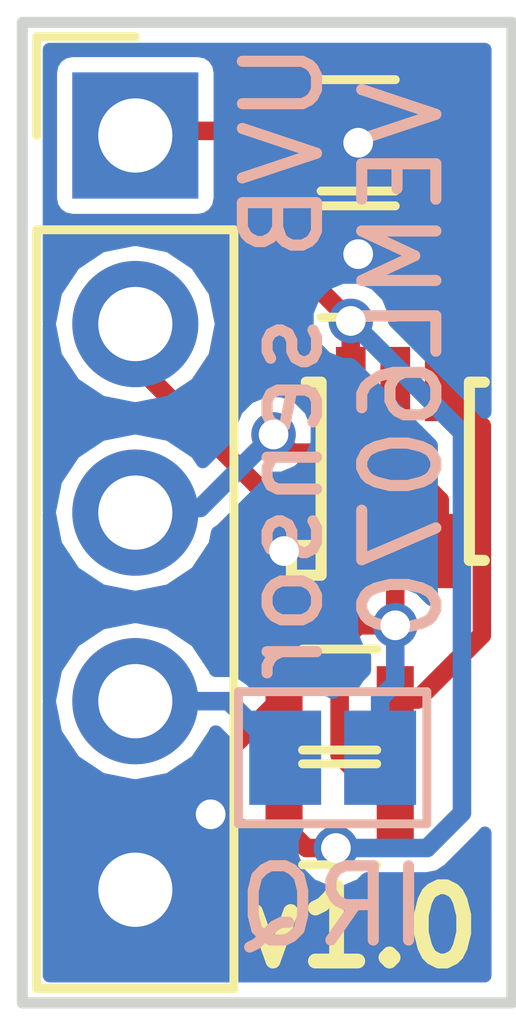
<source format=kicad_pcb>
(kicad_pcb (version 4) (host pcbnew 4.0.7)

  (general
    (links 14)
    (no_connects 1)
    (area 130.888381 101.343 147.837 118.213)
    (thickness 1.6)
    (drawings 6)
    (tracks 61)
    (zones 0)
    (modules 7)
    (nets 8)
  )

  (page A4)
  (layers
    (0 F.Cu signal)
    (31 B.Cu signal)
    (32 B.Adhes user)
    (33 F.Adhes user)
    (34 B.Paste user)
    (35 F.Paste user)
    (36 B.SilkS user)
    (37 F.SilkS user)
    (38 B.Mask user)
    (39 F.Mask user)
    (40 Dwgs.User user)
    (41 Cmts.User user)
    (42 Eco1.User user)
    (43 Eco2.User user)
    (44 Edge.Cuts user)
    (45 Margin user)
    (46 B.CrtYd user)
    (47 F.CrtYd user)
    (48 B.Fab user hide)
    (49 F.Fab user hide)
  )

  (setup
    (last_trace_width 0.25)
    (trace_clearance 0.2)
    (zone_clearance 0.2)
    (zone_45_only no)
    (trace_min 0.2)
    (segment_width 0.2)
    (edge_width 0.15)
    (via_size 0.6)
    (via_drill 0.4)
    (via_min_size 0.4)
    (via_min_drill 0.3)
    (uvia_size 0.3)
    (uvia_drill 0.1)
    (uvias_allowed no)
    (uvia_min_size 0.2)
    (uvia_min_drill 0.1)
    (pcb_text_width 0.3)
    (pcb_text_size 1.5 1.5)
    (mod_edge_width 0.15)
    (mod_text_size 1 1)
    (mod_text_width 0.15)
    (pad_size 1.524 1.524)
    (pad_drill 0.762)
    (pad_to_mask_clearance 0.2)
    (aux_axis_origin 140.716 103.124)
    (visible_elements 7FFFFF7F)
    (pcbplotparams
      (layerselection 0x010f0_80000001)
      (usegerberextensions true)
      (usegerberattributes true)
      (excludeedgelayer true)
      (linewidth 0.100000)
      (plotframeref false)
      (viasonmask false)
      (mode 1)
      (useauxorigin true)
      (hpglpennumber 1)
      (hpglpenspeed 20)
      (hpglpendiameter 15)
      (hpglpenoverlay 2)
      (psnegative false)
      (psa4output false)
      (plotreference true)
      (plotvalue true)
      (plotinvisibletext false)
      (padsonsilk false)
      (subtractmaskfromsilk false)
      (outputformat 1)
      (mirror false)
      (drillshape 0)
      (scaleselection 1)
      (outputdirectory gerbers/))
  )

  (net 0 "")
  (net 1 VCC)
  (net 2 GND)
  (net 3 SDA)
  (net 4 SCL)
  (net 5 INT)
  (net 6 "Net-(R2-Pad2)")
  (net 7 "Net-(JP1-Pad2)")

  (net_class Default "This is the default net class."
    (clearance 0.2)
    (trace_width 0.25)
    (via_dia 0.6)
    (via_drill 0.4)
    (uvia_dia 0.3)
    (uvia_drill 0.1)
    (add_net GND)
    (add_net INT)
    (add_net "Net-(JP1-Pad2)")
    (add_net "Net-(R2-Pad2)")
    (add_net SCL)
    (add_net SDA)
    (add_net VCC)
  )

  (module Capacitors_SMD:C_0805 (layer F.Cu) (tedit 5AEEDB57) (tstamp 5AEEDBDA)
    (at 138.642 106.246)
    (descr "Capacitor SMD 0805, reflow soldering, AVX (see smccp.pdf)")
    (tags "capacitor 0805")
    (path /5AEED6E4)
    (attr smd)
    (fp_text reference C1 (at 0 -1.5) (layer F.SilkS) hide
      (effects (font (size 1 1) (thickness 0.15)))
    )
    (fp_text value 100nF (at 0 1.75) (layer F.Fab)
      (effects (font (size 1 1) (thickness 0.15)))
    )
    (fp_text user %R (at 0 -1.5) (layer F.Fab) hide
      (effects (font (size 1 1) (thickness 0.15)))
    )
    (fp_line (start -1 0.62) (end -1 -0.62) (layer F.Fab) (width 0.1))
    (fp_line (start 1 0.62) (end -1 0.62) (layer F.Fab) (width 0.1))
    (fp_line (start 1 -0.62) (end 1 0.62) (layer F.Fab) (width 0.1))
    (fp_line (start -1 -0.62) (end 1 -0.62) (layer F.Fab) (width 0.1))
    (fp_line (start 0.5 -0.85) (end -0.5 -0.85) (layer F.SilkS) (width 0.12))
    (fp_line (start -0.5 0.85) (end 0.5 0.85) (layer F.SilkS) (width 0.12))
    (fp_line (start -1.75 -0.88) (end 1.75 -0.88) (layer F.CrtYd) (width 0.05))
    (fp_line (start -1.75 -0.88) (end -1.75 0.87) (layer F.CrtYd) (width 0.05))
    (fp_line (start 1.75 0.87) (end 1.75 -0.88) (layer F.CrtYd) (width 0.05))
    (fp_line (start 1.75 0.87) (end -1.75 0.87) (layer F.CrtYd) (width 0.05))
    (pad 1 smd rect (at -1 0) (size 1 1.25) (layers F.Cu F.Paste F.Mask)
      (net 1 VCC))
    (pad 2 smd rect (at 1 0) (size 1 1.25) (layers F.Cu F.Paste F.Mask)
      (net 2 GND))
    (model Capacitors_SMD.3dshapes/C_0805.wrl
      (at (xyz 0 0 0))
      (scale (xyz 1 1 1))
      (rotate (xyz 0 0 0))
    )
  )

  (module Capacitors_SMD:C_0805 (layer F.Cu) (tedit 5AEEDB5A) (tstamp 5AEEDBE0)
    (at 138.642 104.746)
    (descr "Capacitor SMD 0805, reflow soldering, AVX (see smccp.pdf)")
    (tags "capacitor 0805")
    (path /5AEEDAC7)
    (attr smd)
    (fp_text reference C2 (at 0 -1.5) (layer F.SilkS) hide
      (effects (font (size 1 1) (thickness 0.15)))
    )
    (fp_text value 10uF (at 0 1.75) (layer F.Fab)
      (effects (font (size 1 1) (thickness 0.15)))
    )
    (fp_text user %R (at 0 -1.5) (layer F.Fab) hide
      (effects (font (size 1 1) (thickness 0.15)))
    )
    (fp_line (start -1 0.62) (end -1 -0.62) (layer F.Fab) (width 0.1))
    (fp_line (start 1 0.62) (end -1 0.62) (layer F.Fab) (width 0.1))
    (fp_line (start 1 -0.62) (end 1 0.62) (layer F.Fab) (width 0.1))
    (fp_line (start -1 -0.62) (end 1 -0.62) (layer F.Fab) (width 0.1))
    (fp_line (start 0.5 -0.85) (end -0.5 -0.85) (layer F.SilkS) (width 0.12))
    (fp_line (start -0.5 0.85) (end 0.5 0.85) (layer F.SilkS) (width 0.12))
    (fp_line (start -1.75 -0.88) (end 1.75 -0.88) (layer F.CrtYd) (width 0.05))
    (fp_line (start -1.75 -0.88) (end -1.75 0.87) (layer F.CrtYd) (width 0.05))
    (fp_line (start 1.75 0.87) (end 1.75 -0.88) (layer F.CrtYd) (width 0.05))
    (fp_line (start 1.75 0.87) (end -1.75 0.87) (layer F.CrtYd) (width 0.05))
    (pad 1 smd rect (at -1 0) (size 1 1.25) (layers F.Cu F.Paste F.Mask)
      (net 1 VCC))
    (pad 2 smd rect (at 1 0) (size 1 1.25) (layers F.Cu F.Paste F.Mask)
      (net 2 GND))
    (model Capacitors_SMD.3dshapes/C_0805.wrl
      (at (xyz 0 0 0))
      (scale (xyz 1 1 1))
      (rotate (xyz 0 0 0))
    )
  )

  (module Pin_Headers:Pin_Header_Straight_1x05_Pitch2.54mm (layer F.Cu) (tedit 5AEEDB48) (tstamp 5AEEDBE9)
    (at 135.636 104.648)
    (descr "Through hole straight pin header, 1x05, 2.54mm pitch, single row")
    (tags "Through hole pin header THT 1x05 2.54mm single row")
    (path /5AEED4CC)
    (fp_text reference J1 (at 0 -2.33) (layer F.SilkS) hide
      (effects (font (size 1 1) (thickness 0.15)))
    )
    (fp_text value Conn_01x05 (at 0 12.49) (layer F.Fab)
      (effects (font (size 1 1) (thickness 0.15)))
    )
    (fp_line (start -0.635 -1.27) (end 1.27 -1.27) (layer F.Fab) (width 0.1))
    (fp_line (start 1.27 -1.27) (end 1.27 11.43) (layer F.Fab) (width 0.1))
    (fp_line (start 1.27 11.43) (end -1.27 11.43) (layer F.Fab) (width 0.1))
    (fp_line (start -1.27 11.43) (end -1.27 -0.635) (layer F.Fab) (width 0.1))
    (fp_line (start -1.27 -0.635) (end -0.635 -1.27) (layer F.Fab) (width 0.1))
    (fp_line (start -1.33 11.49) (end 1.33 11.49) (layer F.SilkS) (width 0.12))
    (fp_line (start -1.33 1.27) (end -1.33 11.49) (layer F.SilkS) (width 0.12))
    (fp_line (start 1.33 1.27) (end 1.33 11.49) (layer F.SilkS) (width 0.12))
    (fp_line (start -1.33 1.27) (end 1.33 1.27) (layer F.SilkS) (width 0.12))
    (fp_line (start -1.33 0) (end -1.33 -1.33) (layer F.SilkS) (width 0.12))
    (fp_line (start -1.33 -1.33) (end 0 -1.33) (layer F.SilkS) (width 0.12))
    (fp_line (start -1.8 -1.8) (end -1.8 11.95) (layer F.CrtYd) (width 0.05))
    (fp_line (start -1.8 11.95) (end 1.8 11.95) (layer F.CrtYd) (width 0.05))
    (fp_line (start 1.8 11.95) (end 1.8 -1.8) (layer F.CrtYd) (width 0.05))
    (fp_line (start 1.8 -1.8) (end -1.8 -1.8) (layer F.CrtYd) (width 0.05))
    (fp_text user %R (at 0 5.08 90) (layer F.Fab)
      (effects (font (size 1 1) (thickness 0.15)))
    )
    (pad 1 thru_hole rect (at 0 0) (size 1.7 1.7) (drill 1) (layers *.Cu *.Mask)
      (net 1 VCC))
    (pad 2 thru_hole oval (at 0 2.54) (size 1.7 1.7) (drill 1) (layers *.Cu *.Mask)
      (net 3 SDA))
    (pad 3 thru_hole oval (at 0 5.08) (size 1.7 1.7) (drill 1) (layers *.Cu *.Mask)
      (net 4 SCL))
    (pad 4 thru_hole oval (at 0 7.62) (size 1.7 1.7) (drill 1) (layers *.Cu *.Mask)
      (net 5 INT))
    (pad 5 thru_hole oval (at 0 10.16) (size 1.7 1.7) (drill 1) (layers *.Cu *.Mask)
      (net 2 GND))
    (model ${KISYS3DMOD}/Pin_Headers.3dshapes/Pin_Header_Straight_1x05_Pitch2.54mm.wrl
      (at (xyz 0 0 0))
      (scale (xyz 1 1 1))
      (rotate (xyz 0 0 0))
    )
  )

  (module Connect:GS2 (layer B.Cu) (tedit 5AEEDB29) (tstamp 5AEEDBEF)
    (at 138.298 113.03 270)
    (descr "2-pin solder bridge")
    (tags "solder bridge")
    (path /5AEED58F)
    (attr smd)
    (fp_text reference JP1 (at 1.78 0 360) (layer B.SilkS) hide
      (effects (font (size 1 1) (thickness 0.15)) (justify mirror))
    )
    (fp_text value IRQ (at 2 0 360) (layer B.SilkS)
      (effects (font (size 1 1) (thickness 0.15)) (justify mirror))
    )
    (fp_line (start 1.1 1.45) (end 1.1 -1.5) (layer B.CrtYd) (width 0.05))
    (fp_line (start 1.1 -1.5) (end -1.1 -1.5) (layer B.CrtYd) (width 0.05))
    (fp_line (start -1.1 -1.5) (end -1.1 1.45) (layer B.CrtYd) (width 0.05))
    (fp_line (start -1.1 1.45) (end 1.1 1.45) (layer B.CrtYd) (width 0.05))
    (fp_line (start -0.89 1.27) (end -0.89 -1.27) (layer B.SilkS) (width 0.12))
    (fp_line (start 0.89 -1.27) (end 0.89 1.27) (layer B.SilkS) (width 0.12))
    (fp_line (start 0.89 -1.27) (end -0.89 -1.27) (layer B.SilkS) (width 0.12))
    (fp_line (start -0.89 1.27) (end 0.89 1.27) (layer B.SilkS) (width 0.12))
    (pad 1 smd rect (at 0 0.64 270) (size 1.27 0.97) (layers B.Cu B.Paste B.Mask)
      (net 5 INT))
    (pad 2 smd rect (at 0 -0.64 270) (size 1.27 0.97) (layers B.Cu B.Paste B.Mask)
      (net 7 "Net-(JP1-Pad2)"))
  )

  (module Resistors_SMD:R_0603 (layer F.Cu) (tedit 5AEEDB52) (tstamp 5AEEDBF5)
    (at 138.392 113.792)
    (descr "Resistor SMD 0603, reflow soldering, Vishay (see dcrcw.pdf)")
    (tags "resistor 0603")
    (path /5AEED7A2)
    (attr smd)
    (fp_text reference R1 (at 0 -1.45) (layer F.SilkS) hide
      (effects (font (size 1 1) (thickness 0.15)))
    )
    (fp_text value 10K (at 0 1.5) (layer F.Fab)
      (effects (font (size 1 1) (thickness 0.15)))
    )
    (fp_text user %R (at 0 0) (layer F.Fab)
      (effects (font (size 0.4 0.4) (thickness 0.075)))
    )
    (fp_line (start -0.8 0.4) (end -0.8 -0.4) (layer F.Fab) (width 0.1))
    (fp_line (start 0.8 0.4) (end -0.8 0.4) (layer F.Fab) (width 0.1))
    (fp_line (start 0.8 -0.4) (end 0.8 0.4) (layer F.Fab) (width 0.1))
    (fp_line (start -0.8 -0.4) (end 0.8 -0.4) (layer F.Fab) (width 0.1))
    (fp_line (start 0.5 0.68) (end -0.5 0.68) (layer F.SilkS) (width 0.12))
    (fp_line (start -0.5 -0.68) (end 0.5 -0.68) (layer F.SilkS) (width 0.12))
    (fp_line (start -1.25 -0.7) (end 1.25 -0.7) (layer F.CrtYd) (width 0.05))
    (fp_line (start -1.25 -0.7) (end -1.25 0.7) (layer F.CrtYd) (width 0.05))
    (fp_line (start 1.25 0.7) (end 1.25 -0.7) (layer F.CrtYd) (width 0.05))
    (fp_line (start 1.25 0.7) (end -1.25 0.7) (layer F.CrtYd) (width 0.05))
    (pad 1 smd rect (at -0.75 0) (size 0.5 0.9) (layers F.Cu F.Paste F.Mask)
      (net 1 VCC))
    (pad 2 smd rect (at 0.75 0) (size 0.5 0.9) (layers F.Cu F.Paste F.Mask)
      (net 7 "Net-(JP1-Pad2)"))
    (model ${KISYS3DMOD}/Resistors_SMD.3dshapes/R_0603.wrl
      (at (xyz 0 0 0))
      (scale (xyz 1 1 1))
      (rotate (xyz 0 0 0))
    )
  )

  (module Resistors_SMD:R_0603 (layer F.Cu) (tedit 5AEEDB55) (tstamp 5AEEDBFB)
    (at 138.392 112.246)
    (descr "Resistor SMD 0603, reflow soldering, Vishay (see dcrcw.pdf)")
    (tags "resistor 0603")
    (path /5AEED63F)
    (attr smd)
    (fp_text reference R2 (at 0 -1.45) (layer F.SilkS) hide
      (effects (font (size 1 1) (thickness 0.15)))
    )
    (fp_text value 300K (at 0 1.5) (layer F.Fab)
      (effects (font (size 1 1) (thickness 0.15)))
    )
    (fp_text user %R (at 0 0) (layer F.Fab)
      (effects (font (size 0.4 0.4) (thickness 0.075)))
    )
    (fp_line (start -0.8 0.4) (end -0.8 -0.4) (layer F.Fab) (width 0.1))
    (fp_line (start 0.8 0.4) (end -0.8 0.4) (layer F.Fab) (width 0.1))
    (fp_line (start 0.8 -0.4) (end 0.8 0.4) (layer F.Fab) (width 0.1))
    (fp_line (start -0.8 -0.4) (end 0.8 -0.4) (layer F.Fab) (width 0.1))
    (fp_line (start 0.5 0.68) (end -0.5 0.68) (layer F.SilkS) (width 0.12))
    (fp_line (start -0.5 -0.68) (end 0.5 -0.68) (layer F.SilkS) (width 0.12))
    (fp_line (start -1.25 -0.7) (end 1.25 -0.7) (layer F.CrtYd) (width 0.05))
    (fp_line (start -1.25 -0.7) (end -1.25 0.7) (layer F.CrtYd) (width 0.05))
    (fp_line (start 1.25 0.7) (end 1.25 -0.7) (layer F.CrtYd) (width 0.05))
    (fp_line (start 1.25 0.7) (end -1.25 0.7) (layer F.CrtYd) (width 0.05))
    (pad 1 smd rect (at -0.75 0) (size 0.5 0.9) (layers F.Cu F.Paste F.Mask)
      (net 2 GND))
    (pad 2 smd rect (at 0.75 0) (size 0.5 0.9) (layers F.Cu F.Paste F.Mask)
      (net 6 "Net-(R2-Pad2)"))
    (model ${KISYS3DMOD}/Resistors_SMD.3dshapes/R_0603.wrl
      (at (xyz 0 0 0))
      (scale (xyz 1 1 1))
      (rotate (xyz 0 0 0))
    )
  )

  (module footprints:OLPGA-6-2.35x1.8 (layer F.Cu) (tedit 5AEEDB34) (tstamp 5AEEDC12)
    (at 139.142 109.171 90)
    (path /5AEED48C)
    (fp_text reference U1 (at -1.27 7.62 90) (layer F.SilkS) hide
      (effects (font (size 1 1) (thickness 0.15)))
    )
    (fp_text value VEML6070 (at 0 -6.35 90) (layer F.Fab) hide
      (effects (font (size 1 1) (thickness 0.15)))
    )
    (fp_line (start 1.2 -1) (end 1.2 -1.2) (layer F.SilkS) (width 0.15))
    (fp_line (start 1.2 1) (end 1.2 1.2) (layer F.SilkS) (width 0.15))
    (fp_line (start -1.2 1) (end -1.2 1.2) (layer F.SilkS) (width 0.15))
    (fp_line (start -1.2 -1) (end -1.4 -1) (layer F.SilkS) (width 0.15))
    (fp_line (start -1 -1.4) (end -1 -1) (layer F.SilkS) (width 0.15))
    (fp_line (start -1.4 -1.4) (end -1 -1.4) (layer F.SilkS) (width 0.15))
    (fp_line (start -1.4 -1) (end -1.4 -1.4) (layer F.SilkS) (width 0.15))
    (fp_line (start 1.2 1) (end -1.2 1) (layer F.SilkS) (width 0.15))
    (fp_line (start -1.2 -1) (end 1.2 -1) (layer F.SilkS) (width 0.15))
    (fp_line (start 1.125 0.8) (end 1.125 -0.8) (layer F.Fab) (width 0.15))
    (fp_line (start -1.125 -0.8) (end -1.125 0.8) (layer F.Fab) (width 0.15))
    (fp_line (start -1.125 0.8) (end 1.125 0.8) (layer F.Fab) (width 0.15))
    (fp_line (start -1.125 -0.8) (end 1.125 -0.8) (layer F.Fab) (width 0.15))
    (pad 1 smd rect (at -1.075 -0.6 90) (size 1 0.4) (layers F.Cu F.Paste F.Mask)
      (net 2 GND))
    (pad 2 smd rect (at -1.075 0 90) (size 1 0.4) (layers F.Cu F.Paste F.Mask)
      (net 7 "Net-(JP1-Pad2)"))
    (pad 3 smd rect (at -1.075 0.6 90) (size 1 0.4) (layers F.Cu F.Paste F.Mask)
      (net 3 SDA))
    (pad 4 smd rect (at 1.175 0.6 90) (size 1 0.4) (layers F.Cu F.Paste F.Mask)
      (net 6 "Net-(R2-Pad2)"))
    (pad 5 smd rect (at 1.175 0 90) (size 1 0.4) (layers F.Cu F.Paste F.Mask)
      (net 4 SCL))
    (pad 6 smd rect (at 1.175 -0.6 90) (size 1 0.4) (layers F.Cu F.Paste F.Mask)
      (net 1 VCC))
  )

  (gr_text v1.0 (at 138.684 115.316) (layer F.SilkS)
    (effects (font (size 1 1) (thickness 0.2)))
  )
  (gr_text "UVB sensor\nVEML6070" (at 138.43 107.696 90) (layer B.SilkS)
    (effects (font (size 1 1) (thickness 0.15)) (justify mirror))
  )
  (gr_line (start 134.112 116.332) (end 134.112 103.124) (layer Edge.Cuts) (width 0.15))
  (gr_line (start 140.716 116.332) (end 134.112 116.332) (layer Edge.Cuts) (width 0.15))
  (gr_line (start 140.716 103.124) (end 140.716 116.332) (layer Edge.Cuts) (width 0.15))
  (gr_line (start 134.112 103.124) (end 140.716 103.124) (layer Edge.Cuts) (width 0.15))

  (segment (start 138.342 114.246) (end 137.94414 114.246) (width 0.25) (layer F.Cu) (net 1))
  (segment (start 137.94414 114.246) (end 137.642 113.94386) (width 0.25) (layer F.Cu) (net 1))
  (segment (start 137.642 113.94386) (end 137.642 113.792) (width 0.25) (layer F.Cu) (net 1))
  (segment (start 138.342 114.246) (end 139.570373 114.246) (width 0.25) (layer B.Cu) (net 1))
  (segment (start 140.042 113.774373) (end 140.042 108.646) (width 0.25) (layer B.Cu) (net 1))
  (segment (start 139.570373 114.246) (end 140.042 113.774373) (width 0.25) (layer B.Cu) (net 1))
  (segment (start 140.042 108.646) (end 138.542 107.146) (width 0.25) (layer B.Cu) (net 1))
  (via (at 138.542 107.146) (size 0.6) (drill 0.4) (layers F.Cu B.Cu) (net 1))
  (via (at 138.342 114.246) (size 0.6) (drill 0.4) (layers F.Cu B.Cu) (net 1))
  (segment (start 138.542 107.996) (end 138.542 107.146) (width 0.25) (layer F.Cu) (net 1))
  (segment (start 138.542 107.146) (end 137.642 106.246) (width 0.25) (layer F.Cu) (net 1))
  (segment (start 137.642 104.746) (end 137.642 106.246) (width 0.25) (layer F.Cu) (net 1))
  (segment (start 135.642 104.586) (end 137.482 104.586) (width 0.25) (layer F.Cu) (net 1))
  (segment (start 137.482 104.586) (end 137.642 104.746) (width 0.25) (layer F.Cu) (net 1))
  (segment (start 137.642 112.246) (end 137.585887 112.246) (width 0.25) (layer F.Cu) (net 2))
  (segment (start 137.585887 112.246) (end 136.652 113.179887) (width 0.25) (layer F.Cu) (net 2))
  (segment (start 136.652 113.179887) (end 136.652 113.792) (width 0.25) (layer F.Cu) (net 2))
  (segment (start 136.652 113.792) (end 135.636 114.808) (width 0.25) (layer B.Cu) (net 2))
  (via (at 136.652 113.792) (size 0.6) (drill 0.4) (layers F.Cu B.Cu) (net 2))
  (segment (start 137.642 112.246) (end 137.642 110.246) (width 0.25) (layer F.Cu) (net 2))
  (segment (start 138.642 106.246) (end 137.944902 106.246) (width 0.25) (layer B.Cu) (net 2))
  (segment (start 137.944902 106.246) (end 137.590834 106.600068) (width 0.25) (layer B.Cu) (net 2))
  (segment (start 137.590834 106.600068) (end 137.590834 107.88205) (width 0.25) (layer B.Cu) (net 2))
  (segment (start 137.590834 107.88205) (end 138.348392 108.639608) (width 0.25) (layer B.Cu) (net 2))
  (segment (start 138.348392 109.539608) (end 137.642 110.246) (width 0.25) (layer B.Cu) (net 2))
  (segment (start 138.348392 108.639608) (end 138.348392 109.539608) (width 0.25) (layer B.Cu) (net 2))
  (segment (start 139.642 104.746) (end 138.642 104.746) (width 0.25) (layer F.Cu) (net 2))
  (via (at 138.642 104.746) (size 0.6) (drill 0.4) (layers F.Cu B.Cu) (net 2))
  (segment (start 138.642 106.246) (end 138.642 104.746) (width 0.25) (layer B.Cu) (net 2))
  (segment (start 139.642 106.246) (end 138.642 106.246) (width 0.25) (layer F.Cu) (net 2))
  (via (at 138.642 106.246) (size 0.6) (drill 0.4) (layers F.Cu B.Cu) (net 2))
  (segment (start 138.542 110.246) (end 137.642 110.246) (width 0.25) (layer F.Cu) (net 2))
  (via (at 137.642 110.246) (size 0.6) (drill 0.4) (layers F.Cu B.Cu) (net 2))
  (segment (start 139.742 110.246) (end 139.742 109.560998) (width 0.25) (layer F.Cu) (net 3))
  (segment (start 139.742 109.560998) (end 139.57064 109.389638) (width 0.25) (layer F.Cu) (net 3))
  (segment (start 137.305127 109.389638) (end 135.642 107.726511) (width 0.25) (layer F.Cu) (net 3))
  (segment (start 139.57064 109.389638) (end 137.305127 109.389638) (width 0.25) (layer F.Cu) (net 3))
  (segment (start 135.642 107.726511) (end 135.642 107.126) (width 0.25) (layer F.Cu) (net 3))
  (segment (start 139.142 107.996) (end 139.142 108.681002) (width 0.25) (layer F.Cu) (net 4))
  (segment (start 139.142 108.681002) (end 138.902507 108.920495) (width 0.25) (layer F.Cu) (net 4))
  (segment (start 138.902507 108.920495) (end 137.745381 108.920495) (width 0.25) (layer F.Cu) (net 4))
  (segment (start 137.745381 108.920495) (end 137.50037 108.675484) (width 0.25) (layer F.Cu) (net 4))
  (segment (start 136.509854 109.666) (end 137.50037 108.675484) (width 0.25) (layer B.Cu) (net 4))
  (via (at 137.50037 108.675484) (size 0.6) (drill 0.4) (layers F.Cu B.Cu) (net 4))
  (segment (start 135.642 109.666) (end 136.509854 109.666) (width 0.25) (layer B.Cu) (net 4))
  (segment (start 135.636 112.268) (end 136.896 112.268) (width 0.25) (layer B.Cu) (net 5))
  (segment (start 136.896 112.268) (end 137.658 113.03) (width 0.25) (layer B.Cu) (net 5))
  (segment (start 135.682 112.246) (end 135.642 112.206) (width 0.25) (layer B.Cu) (net 5))
  (segment (start 139.742 107.996) (end 140.310285 108.564285) (width 0.25) (layer F.Cu) (net 6))
  (segment (start 140.310285 108.564285) (end 140.310285 111.377715) (width 0.25) (layer F.Cu) (net 6))
  (segment (start 140.310285 111.377715) (end 139.442 112.246) (width 0.25) (layer F.Cu) (net 6))
  (segment (start 139.442 112.246) (end 139.142 112.246) (width 0.25) (layer F.Cu) (net 6))
  (segment (start 138.938 113.03) (end 138.938 112.23) (width 0.25) (layer B.Cu) (net 7))
  (segment (start 138.938 112.23) (end 139.142 112.026) (width 0.25) (layer B.Cu) (net 7))
  (segment (start 139.142 113.746) (end 138.392 112.996) (width 0.25) (layer F.Cu) (net 7))
  (segment (start 138.392 112.996) (end 138.392 111.496) (width 0.25) (layer F.Cu) (net 7))
  (segment (start 138.392 111.496) (end 138.642 111.246) (width 0.25) (layer F.Cu) (net 7))
  (segment (start 138.642 111.246) (end 139.142 111.246) (width 0.25) (layer F.Cu) (net 7))
  (segment (start 139.142 111.246) (end 139.142 112.026) (width 0.25) (layer B.Cu) (net 7))
  (segment (start 139.142 110.246) (end 139.142 111.246) (width 0.25) (layer F.Cu) (net 7))
  (via (at 139.142 111.246) (size 0.6) (drill 0.4) (layers F.Cu B.Cu) (net 7))

  (zone (net 2) (net_name GND) (layer B.Cu) (tstamp 0) (hatch edge 0.508)
    (connect_pads yes (clearance 0.2))
    (min_thickness 0.18)
    (fill yes (arc_segments 16) (thermal_gap 0.2) (thermal_bridge_width 0.2))
    (polygon
      (pts
        (xy 134.112 103.124) (xy 140.716 103.124) (xy 140.716 116.332) (xy 134.112 116.332)
      )
    )
    (filled_polygon
      (pts
        (xy 134.560443 112.704259) (xy 134.807564 113.074102) (xy 135.177407 113.321223) (xy 135.613666 113.408) (xy 135.658334 113.408)
        (xy 136.094593 113.321223) (xy 136.464436 113.074102) (xy 136.711557 112.704259) (xy 136.715786 112.683) (xy 136.724102 112.683)
        (xy 136.877319 112.836217) (xy 136.877319 113.665) (xy 136.89754 113.772467) (xy 136.961054 113.87117) (xy 137.057964 113.937386)
        (xy 137.173 113.960681) (xy 137.821632 113.960681) (xy 137.752102 114.128127) (xy 137.751898 114.362843) (xy 137.841531 114.579772)
        (xy 138.007355 114.745886) (xy 138.224127 114.835898) (xy 138.458843 114.836102) (xy 138.675772 114.746469) (xy 138.76139 114.661)
        (xy 139.570373 114.661) (xy 139.729187 114.62941) (xy 139.863822 114.539449) (xy 140.335449 114.067823) (xy 140.351 114.044549)
        (xy 140.351 115.967) (xy 134.477 115.967) (xy 134.477 112.284761)
      )
    )
    (filled_polygon
      (pts
        (xy 140.351 108.375824) (xy 140.335449 108.35255) (xy 139.131998 107.1491) (xy 139.132102 107.029157) (xy 139.042469 106.812228)
        (xy 138.876645 106.646114) (xy 138.659873 106.556102) (xy 138.425157 106.555898) (xy 138.208228 106.645531) (xy 138.042114 106.811355)
        (xy 137.952102 107.028127) (xy 137.951898 107.262843) (xy 138.041531 107.479772) (xy 138.207355 107.645886) (xy 138.424127 107.735898)
        (xy 138.545105 107.736003) (xy 139.627 108.817899) (xy 139.627 110.896732) (xy 139.476645 110.746114) (xy 139.259873 110.656102)
        (xy 139.025157 110.655898) (xy 138.808228 110.745531) (xy 138.642114 110.911355) (xy 138.552102 111.128127) (xy 138.551898 111.362843)
        (xy 138.641531 111.579772) (xy 138.727 111.66539) (xy 138.727 111.854102) (xy 138.644551 111.936551) (xy 138.55459 112.071186)
        (xy 138.548994 112.099319) (xy 138.453 112.099319) (xy 138.345533 112.11954) (xy 138.298156 112.150027) (xy 138.258036 112.122614)
        (xy 138.143 112.099319) (xy 137.314217 112.099319) (xy 137.189449 111.974551) (xy 137.09666 111.912551) (xy 137.054814 111.88459)
        (xy 136.896 111.853) (xy 136.715786 111.853) (xy 136.711557 111.831741) (xy 136.464436 111.461898) (xy 136.094593 111.214777)
        (xy 135.658334 111.128) (xy 135.613666 111.128) (xy 135.177407 111.214777) (xy 134.807564 111.461898) (xy 134.560443 111.831741)
        (xy 134.477 112.251239) (xy 134.477 109.744761) (xy 134.560443 110.164259) (xy 134.807564 110.534102) (xy 135.177407 110.781223)
        (xy 135.613666 110.868) (xy 135.658334 110.868) (xy 136.094593 110.781223) (xy 136.464436 110.534102) (xy 136.711557 110.164259)
        (xy 136.744478 109.998755) (xy 136.803303 109.959449) (xy 137.49727 109.265482) (xy 137.617213 109.265586) (xy 137.834142 109.175953)
        (xy 138.000256 109.010129) (xy 138.090268 108.793357) (xy 138.090472 108.558641) (xy 138.000839 108.341712) (xy 137.835015 108.175598)
        (xy 137.618243 108.085586) (xy 137.383527 108.085382) (xy 137.166598 108.175015) (xy 137.000484 108.340839) (xy 136.910472 108.557611)
        (xy 136.910367 108.678589) (xy 136.545595 109.043361) (xy 136.464436 108.921898) (xy 136.094593 108.674777) (xy 135.658334 108.588)
        (xy 135.613666 108.588) (xy 135.177407 108.674777) (xy 134.807564 108.921898) (xy 134.560443 109.291741) (xy 134.477 109.711239)
        (xy 134.477 107.204761) (xy 134.560443 107.624259) (xy 134.807564 107.994102) (xy 135.177407 108.241223) (xy 135.613666 108.328)
        (xy 135.658334 108.328) (xy 136.094593 108.241223) (xy 136.464436 107.994102) (xy 136.711557 107.624259) (xy 136.798334 107.188)
        (xy 136.711557 106.751741) (xy 136.464436 106.381898) (xy 136.094593 106.134777) (xy 135.658334 106.048) (xy 135.613666 106.048)
        (xy 135.177407 106.134777) (xy 134.807564 106.381898) (xy 134.560443 106.751741) (xy 134.477 107.171239) (xy 134.477 103.798)
        (xy 134.490319 103.798) (xy 134.490319 105.498) (xy 134.51054 105.605467) (xy 134.574054 105.70417) (xy 134.670964 105.770386)
        (xy 134.786 105.793681) (xy 136.486 105.793681) (xy 136.593467 105.77346) (xy 136.69217 105.709946) (xy 136.758386 105.613036)
        (xy 136.781681 105.498) (xy 136.781681 103.798) (xy 136.76146 103.690533) (xy 136.697946 103.59183) (xy 136.601036 103.525614)
        (xy 136.486 103.502319) (xy 134.786 103.502319) (xy 134.678533 103.52254) (xy 134.57983 103.586054) (xy 134.513614 103.682964)
        (xy 134.490319 103.798) (xy 134.477 103.798) (xy 134.477 103.489) (xy 140.351 103.489)
      )
    )
  )
)

</source>
